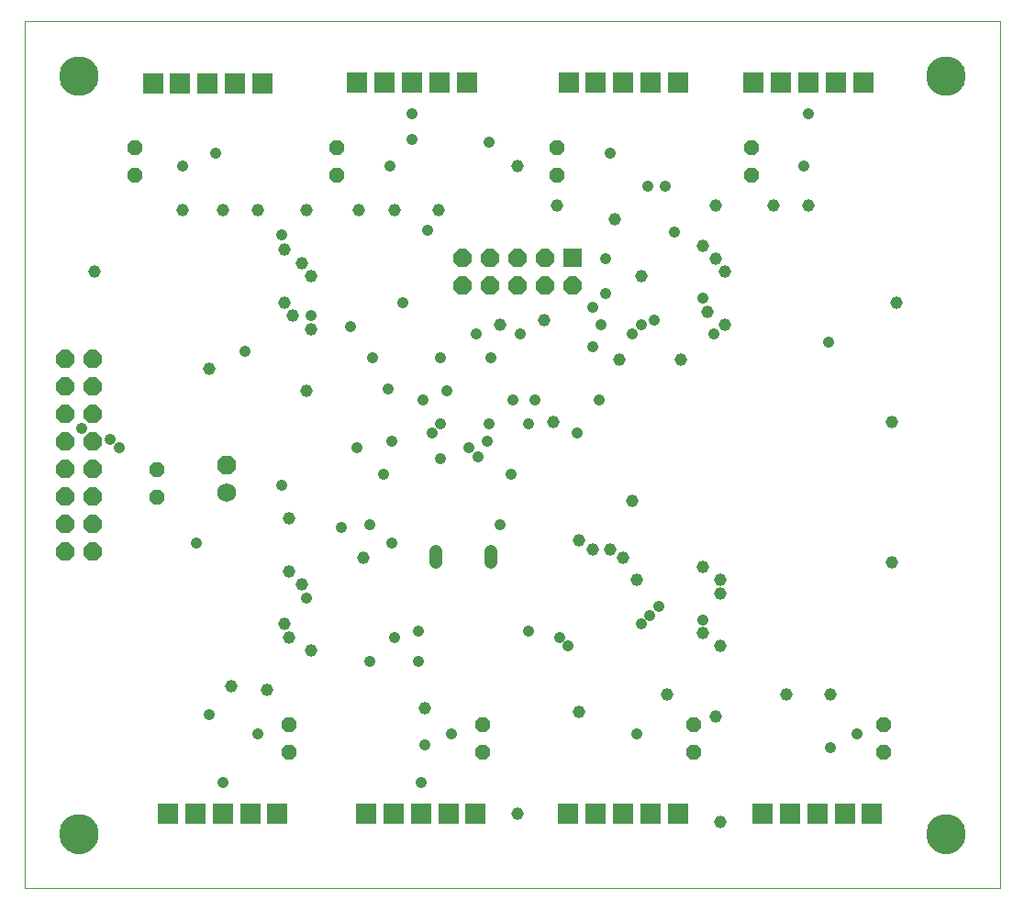
<source format=gbs>
G75*
G70*
%OFA0B0*%
%FSLAX24Y24*%
%IPPOS*%
%LPD*%
%AMOC8*
5,1,8,0,0,1.08239X$1,22.5*
%
%ADD10C,0.0000*%
%ADD11C,0.1438*%
%ADD12OC8,0.0660*%
%ADD13C,0.0460*%
%ADD14R,0.0769X0.0769*%
%ADD15R,0.0660X0.0660*%
%ADD16OC8,0.0540*%
%ADD17OC8,0.0690*%
%ADD18C,0.0690*%
%ADD19C,0.0417*%
%ADD20C,0.0457*%
D10*
X001140Y001640D02*
X001140Y033136D01*
X036573Y033136D01*
X036573Y001640D01*
X001140Y001640D01*
X002420Y003609D02*
X002422Y003661D01*
X002428Y003713D01*
X002438Y003764D01*
X002451Y003814D01*
X002469Y003864D01*
X002490Y003911D01*
X002514Y003957D01*
X002543Y004001D01*
X002574Y004043D01*
X002608Y004082D01*
X002645Y004119D01*
X002685Y004152D01*
X002728Y004183D01*
X002772Y004210D01*
X002818Y004234D01*
X002867Y004254D01*
X002916Y004270D01*
X002967Y004283D01*
X003018Y004292D01*
X003070Y004297D01*
X003122Y004298D01*
X003174Y004295D01*
X003226Y004288D01*
X003277Y004277D01*
X003327Y004263D01*
X003376Y004244D01*
X003423Y004222D01*
X003468Y004197D01*
X003512Y004168D01*
X003553Y004136D01*
X003592Y004101D01*
X003627Y004063D01*
X003660Y004022D01*
X003690Y003980D01*
X003716Y003935D01*
X003739Y003888D01*
X003758Y003839D01*
X003774Y003789D01*
X003786Y003739D01*
X003794Y003687D01*
X003798Y003635D01*
X003798Y003583D01*
X003794Y003531D01*
X003786Y003479D01*
X003774Y003429D01*
X003758Y003379D01*
X003739Y003330D01*
X003716Y003283D01*
X003690Y003238D01*
X003660Y003196D01*
X003627Y003155D01*
X003592Y003117D01*
X003553Y003082D01*
X003512Y003050D01*
X003468Y003021D01*
X003423Y002996D01*
X003376Y002974D01*
X003327Y002955D01*
X003277Y002941D01*
X003226Y002930D01*
X003174Y002923D01*
X003122Y002920D01*
X003070Y002921D01*
X003018Y002926D01*
X002967Y002935D01*
X002916Y002948D01*
X002867Y002964D01*
X002818Y002984D01*
X002772Y003008D01*
X002728Y003035D01*
X002685Y003066D01*
X002645Y003099D01*
X002608Y003136D01*
X002574Y003175D01*
X002543Y003217D01*
X002514Y003261D01*
X002490Y003307D01*
X002469Y003354D01*
X002451Y003404D01*
X002438Y003454D01*
X002428Y003505D01*
X002422Y003557D01*
X002420Y003609D01*
X002420Y031168D02*
X002422Y031220D01*
X002428Y031272D01*
X002438Y031323D01*
X002451Y031373D01*
X002469Y031423D01*
X002490Y031470D01*
X002514Y031516D01*
X002543Y031560D01*
X002574Y031602D01*
X002608Y031641D01*
X002645Y031678D01*
X002685Y031711D01*
X002728Y031742D01*
X002772Y031769D01*
X002818Y031793D01*
X002867Y031813D01*
X002916Y031829D01*
X002967Y031842D01*
X003018Y031851D01*
X003070Y031856D01*
X003122Y031857D01*
X003174Y031854D01*
X003226Y031847D01*
X003277Y031836D01*
X003327Y031822D01*
X003376Y031803D01*
X003423Y031781D01*
X003468Y031756D01*
X003512Y031727D01*
X003553Y031695D01*
X003592Y031660D01*
X003627Y031622D01*
X003660Y031581D01*
X003690Y031539D01*
X003716Y031494D01*
X003739Y031447D01*
X003758Y031398D01*
X003774Y031348D01*
X003786Y031298D01*
X003794Y031246D01*
X003798Y031194D01*
X003798Y031142D01*
X003794Y031090D01*
X003786Y031038D01*
X003774Y030988D01*
X003758Y030938D01*
X003739Y030889D01*
X003716Y030842D01*
X003690Y030797D01*
X003660Y030755D01*
X003627Y030714D01*
X003592Y030676D01*
X003553Y030641D01*
X003512Y030609D01*
X003468Y030580D01*
X003423Y030555D01*
X003376Y030533D01*
X003327Y030514D01*
X003277Y030500D01*
X003226Y030489D01*
X003174Y030482D01*
X003122Y030479D01*
X003070Y030480D01*
X003018Y030485D01*
X002967Y030494D01*
X002916Y030507D01*
X002867Y030523D01*
X002818Y030543D01*
X002772Y030567D01*
X002728Y030594D01*
X002685Y030625D01*
X002645Y030658D01*
X002608Y030695D01*
X002574Y030734D01*
X002543Y030776D01*
X002514Y030820D01*
X002490Y030866D01*
X002469Y030913D01*
X002451Y030963D01*
X002438Y031013D01*
X002428Y031064D01*
X002422Y031116D01*
X002420Y031168D01*
X033916Y031168D02*
X033918Y031220D01*
X033924Y031272D01*
X033934Y031323D01*
X033947Y031373D01*
X033965Y031423D01*
X033986Y031470D01*
X034010Y031516D01*
X034039Y031560D01*
X034070Y031602D01*
X034104Y031641D01*
X034141Y031678D01*
X034181Y031711D01*
X034224Y031742D01*
X034268Y031769D01*
X034314Y031793D01*
X034363Y031813D01*
X034412Y031829D01*
X034463Y031842D01*
X034514Y031851D01*
X034566Y031856D01*
X034618Y031857D01*
X034670Y031854D01*
X034722Y031847D01*
X034773Y031836D01*
X034823Y031822D01*
X034872Y031803D01*
X034919Y031781D01*
X034964Y031756D01*
X035008Y031727D01*
X035049Y031695D01*
X035088Y031660D01*
X035123Y031622D01*
X035156Y031581D01*
X035186Y031539D01*
X035212Y031494D01*
X035235Y031447D01*
X035254Y031398D01*
X035270Y031348D01*
X035282Y031298D01*
X035290Y031246D01*
X035294Y031194D01*
X035294Y031142D01*
X035290Y031090D01*
X035282Y031038D01*
X035270Y030988D01*
X035254Y030938D01*
X035235Y030889D01*
X035212Y030842D01*
X035186Y030797D01*
X035156Y030755D01*
X035123Y030714D01*
X035088Y030676D01*
X035049Y030641D01*
X035008Y030609D01*
X034964Y030580D01*
X034919Y030555D01*
X034872Y030533D01*
X034823Y030514D01*
X034773Y030500D01*
X034722Y030489D01*
X034670Y030482D01*
X034618Y030479D01*
X034566Y030480D01*
X034514Y030485D01*
X034463Y030494D01*
X034412Y030507D01*
X034363Y030523D01*
X034314Y030543D01*
X034268Y030567D01*
X034224Y030594D01*
X034181Y030625D01*
X034141Y030658D01*
X034104Y030695D01*
X034070Y030734D01*
X034039Y030776D01*
X034010Y030820D01*
X033986Y030866D01*
X033965Y030913D01*
X033947Y030963D01*
X033934Y031013D01*
X033924Y031064D01*
X033918Y031116D01*
X033916Y031168D01*
X033916Y003609D02*
X033918Y003661D01*
X033924Y003713D01*
X033934Y003764D01*
X033947Y003814D01*
X033965Y003864D01*
X033986Y003911D01*
X034010Y003957D01*
X034039Y004001D01*
X034070Y004043D01*
X034104Y004082D01*
X034141Y004119D01*
X034181Y004152D01*
X034224Y004183D01*
X034268Y004210D01*
X034314Y004234D01*
X034363Y004254D01*
X034412Y004270D01*
X034463Y004283D01*
X034514Y004292D01*
X034566Y004297D01*
X034618Y004298D01*
X034670Y004295D01*
X034722Y004288D01*
X034773Y004277D01*
X034823Y004263D01*
X034872Y004244D01*
X034919Y004222D01*
X034964Y004197D01*
X035008Y004168D01*
X035049Y004136D01*
X035088Y004101D01*
X035123Y004063D01*
X035156Y004022D01*
X035186Y003980D01*
X035212Y003935D01*
X035235Y003888D01*
X035254Y003839D01*
X035270Y003789D01*
X035282Y003739D01*
X035290Y003687D01*
X035294Y003635D01*
X035294Y003583D01*
X035290Y003531D01*
X035282Y003479D01*
X035270Y003429D01*
X035254Y003379D01*
X035235Y003330D01*
X035212Y003283D01*
X035186Y003238D01*
X035156Y003196D01*
X035123Y003155D01*
X035088Y003117D01*
X035049Y003082D01*
X035008Y003050D01*
X034964Y003021D01*
X034919Y002996D01*
X034872Y002974D01*
X034823Y002955D01*
X034773Y002941D01*
X034722Y002930D01*
X034670Y002923D01*
X034618Y002920D01*
X034566Y002921D01*
X034514Y002926D01*
X034463Y002935D01*
X034412Y002948D01*
X034363Y002964D01*
X034314Y002984D01*
X034268Y003008D01*
X034224Y003035D01*
X034181Y003066D01*
X034141Y003099D01*
X034104Y003136D01*
X034070Y003175D01*
X034039Y003217D01*
X034010Y003261D01*
X033986Y003307D01*
X033965Y003354D01*
X033947Y003404D01*
X033934Y003454D01*
X033924Y003505D01*
X033918Y003557D01*
X033916Y003609D01*
D11*
X034605Y003609D03*
X034605Y031168D03*
X003109Y031168D03*
X003109Y003609D03*
D12*
X003609Y013888D03*
X003609Y014888D03*
X003609Y015888D03*
X003609Y016888D03*
X003609Y017888D03*
X003609Y018888D03*
X003609Y019888D03*
X003609Y020888D03*
X002609Y020888D03*
X002609Y019888D03*
X002609Y018888D03*
X002609Y017888D03*
X002609Y016888D03*
X002609Y015888D03*
X002609Y014888D03*
X002609Y013888D03*
X017060Y023540D03*
X017060Y024540D03*
X018060Y024540D03*
X018060Y023540D03*
X019060Y023540D03*
X020060Y023540D03*
X020060Y024540D03*
X019060Y024540D03*
X021060Y023540D03*
D13*
X018100Y013880D02*
X018100Y013480D01*
X016100Y013480D02*
X016100Y013880D01*
D14*
X016540Y004360D03*
X015540Y004360D03*
X014540Y004360D03*
X013540Y004360D03*
X010324Y004360D03*
X009340Y004360D03*
X008340Y004360D03*
X007340Y004360D03*
X006340Y004360D03*
X017524Y004360D03*
X020900Y004360D03*
X021900Y004360D03*
X022900Y004360D03*
X023900Y004360D03*
X024884Y004360D03*
X027940Y004360D03*
X028940Y004360D03*
X029940Y004360D03*
X030940Y004360D03*
X031924Y004360D03*
X031620Y030920D03*
X030620Y030920D03*
X029620Y030920D03*
X028620Y030920D03*
X027636Y030920D03*
X024900Y030920D03*
X023900Y030920D03*
X022900Y030920D03*
X021900Y030920D03*
X020916Y030920D03*
X017220Y030920D03*
X016220Y030920D03*
X015220Y030920D03*
X014220Y030920D03*
X013236Y030920D03*
X009800Y030880D03*
X008800Y030880D03*
X007800Y030880D03*
X006800Y030880D03*
X005816Y030880D03*
D15*
X021060Y024540D03*
D16*
X020500Y027540D03*
X020500Y028540D03*
X027540Y028540D03*
X027540Y027540D03*
X012500Y027540D03*
X012500Y028540D03*
X005140Y028540D03*
X005140Y027540D03*
X005940Y016860D03*
X005940Y015860D03*
X010740Y007580D03*
X010740Y006580D03*
X017780Y006580D03*
X017780Y007580D03*
X025460Y007580D03*
X025460Y006580D03*
X032340Y006580D03*
X032340Y007580D03*
D17*
X008500Y017020D03*
D18*
X008500Y016020D03*
D19*
X007380Y014200D03*
X010500Y016280D03*
X012660Y014760D03*
X013700Y014840D03*
X014500Y014200D03*
X014180Y016680D03*
X013220Y017640D03*
X014500Y017880D03*
X015940Y018200D03*
X016260Y018520D03*
X015620Y019400D03*
X016500Y019720D03*
X016260Y020920D03*
X017540Y021800D03*
X018100Y020920D03*
X019140Y021800D03*
X018900Y019400D03*
X019700Y019400D03*
X019460Y018520D03*
X018020Y018520D03*
X017940Y017880D03*
X017620Y017320D03*
X017300Y017640D03*
X016260Y017240D03*
X018820Y016680D03*
X018420Y014840D03*
X021220Y018200D03*
X022020Y019400D03*
X021780Y021320D03*
X022100Y022120D03*
X021780Y022760D03*
X022260Y023240D03*
X023540Y022120D03*
X023220Y021800D03*
X024020Y022280D03*
X025780Y023080D03*
X026180Y021800D03*
X022260Y024520D03*
X024740Y025480D03*
X024420Y027160D03*
X023780Y027160D03*
X022420Y028360D03*
X018020Y028760D03*
X015220Y028840D03*
X015220Y029800D03*
X014420Y027880D03*
X015780Y025560D03*
X014900Y022920D03*
X012980Y022040D03*
X013780Y020920D03*
X014340Y019800D03*
X011540Y022440D03*
X009140Y021160D03*
X004580Y017640D03*
X004260Y017960D03*
X003220Y018360D03*
X010500Y025400D03*
X008100Y028360D03*
X006900Y027880D03*
X011380Y012200D03*
X013700Y009880D03*
X014580Y010760D03*
X015460Y011000D03*
X015460Y009880D03*
X016660Y007240D03*
X015700Y006840D03*
X015540Y005480D03*
X020900Y010440D03*
X020580Y010760D03*
X019460Y011000D03*
X023540Y011240D03*
X023860Y011560D03*
X024180Y011880D03*
X025780Y011400D03*
X023380Y007240D03*
X030420Y006760D03*
X031380Y007240D03*
X030340Y021480D03*
X029460Y027880D03*
X029620Y029800D03*
X007860Y007960D03*
X009620Y007240D03*
X008340Y005480D03*
D20*
X009940Y008840D03*
X008660Y009000D03*
X010740Y010760D03*
X010580Y011240D03*
X011540Y010280D03*
X011220Y012680D03*
X010740Y013160D03*
X010740Y015080D03*
X013460Y013640D03*
X015700Y008200D03*
X019060Y004360D03*
X021300Y008040D03*
X024500Y008680D03*
X026260Y007880D03*
X028820Y008680D03*
X030420Y008680D03*
X026420Y010440D03*
X025780Y010920D03*
X026420Y012360D03*
X026420Y012840D03*
X025780Y013320D03*
X023380Y012840D03*
X022900Y013640D03*
X022420Y013960D03*
X021780Y013960D03*
X021300Y014280D03*
X023220Y015720D03*
X020340Y018600D03*
X022740Y020840D03*
X024980Y020840D03*
X026580Y022120D03*
X025940Y022600D03*
X026580Y024040D03*
X026260Y024520D03*
X025780Y025000D03*
X026260Y026440D03*
X028340Y026440D03*
X029620Y026440D03*
X032820Y022920D03*
X032660Y018600D03*
X032660Y013480D03*
X026420Y004040D03*
X011380Y019720D03*
X011540Y021960D03*
X010900Y022440D03*
X010580Y022920D03*
X011540Y023880D03*
X011220Y024360D03*
X010580Y024840D03*
X011380Y026280D03*
X009620Y026280D03*
X008340Y026280D03*
X006900Y026280D03*
X003700Y024040D03*
X007860Y020520D03*
X013300Y026280D03*
X014580Y026280D03*
X016180Y026280D03*
X019060Y027880D03*
X020500Y026440D03*
X022580Y025960D03*
X023540Y023880D03*
X020020Y022280D03*
X018420Y022120D03*
M02*

</source>
